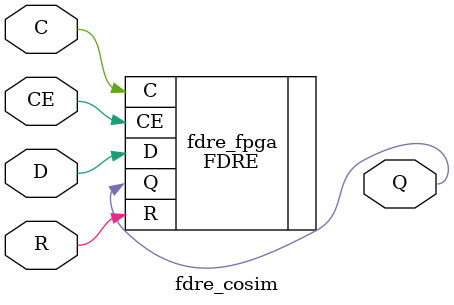
<source format=v>

`timescale 1ns / 1ps


module fdre_cosim(
    output wire Q,
    input wire R,
    input wire C,
    input wire CE,
    input wire D
);

`ifdef ASIC_TARGET
    reg inner_Q;
    // force the asic synthesis tool to infer an async, active-low reset FF
    always @(posedge C or posedge R) begin
        if(R) begin
            inner_Q <= 0;
        end else begin
            if(CE) begin
                inner_Q <= D;
            end else begin
                inner_Q <= Q;
            end
        end
    end
    assign Q = inner_Q;
`else
    // use primitive from Xilinx primitives
    FDRE fdre_fpga(
        .C(C),
        .R(R),
        .CE(CE),
        .D(D),
        .Q(Q)
    );
`endif

endmodule

</source>
